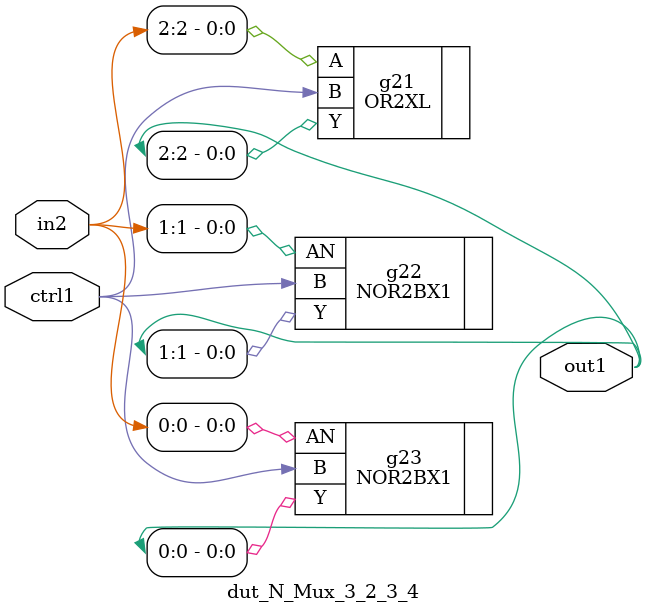
<source format=v>
`timescale 1ps / 1ps


module dut_N_Mux_3_2_3_4(in2, ctrl1, out1);
  input [2:0] in2;
  input ctrl1;
  output [2:0] out1;
  wire [2:0] in2;
  wire ctrl1;
  wire [2:0] out1;
  OR2XL g21(.A (in2[2]), .B (ctrl1), .Y (out1[2]));
  NOR2BX1 g22(.AN (in2[1]), .B (ctrl1), .Y (out1[1]));
  NOR2BX1 g23(.AN (in2[0]), .B (ctrl1), .Y (out1[0]));
endmodule



</source>
